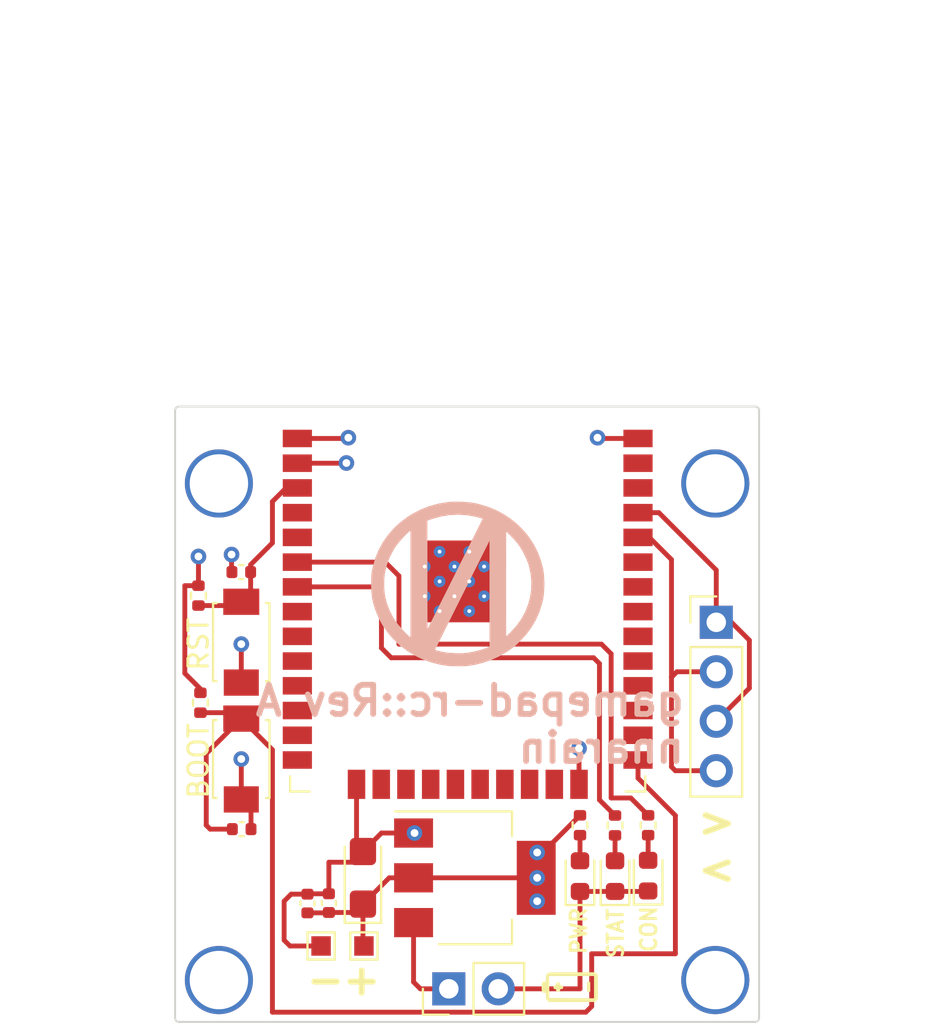
<source format=kicad_pcb>
(kicad_pcb (version 20221018) (generator pcbnew)
  (layers (0 "F.Cu" signal) (1 "In1.Cu" power "PWR") (2 "In2.Cu" power "GND") (31 "B.Cu" signal) (34 "B.Paste" user) (35 "F.Paste" user) (36 "B.SilkS" user "B.Silkscreen") (37 "F.SilkS" user "F.Silkscreen") (38 "B.Mask" user) (39 "F.Mask" user) (44 "Edge.Cuts" user))
  (net 0 "")
  (net 1 "/enable")
  (net 2 "GND")
  (net 3 "/boot")
  (net 4 "+3V3")
  (net 5 "Net-(D1-A)")
  (net 6 "Net-(D2-A)")
  (net 7 "Net-(D3-A)")
  (net 8 "/uart_tx")
  (net 9 "/uart_rx")
  (net 10 "Net-(U2-IO35)")
  (net 11 "Net-(U2-IO34)")
  (net 12 "VCC")
  (footprint "Resistor_SMD:R_0402_1005Metric" (layer "F.Cu") (at 187.4 93.3 -90)
    (fp_text reference "R2" hide)
    (fp_text value "1k" hide)
    (fp_line (start -0.153641 -0.38) (end 0.153641 -0.38) (stroke (width 0.12)) (layer "F.SilkS"))
    (fp_line (start -0.153641 0.38) (end 0.153641 0.38) (stroke (width 0.12)) (layer "F.SilkS"))
    (pad "1" smd roundrect (at -0.51 0 270) (size 0.54 0.64) (layers "F.Cu" "F.Paste" "F.Mask") (net 4 "+3V3"))
    (pad "2" smd roundrect (at 0.51 0 270) (size 0.54 0.64) (layers "F.Cu" "F.Paste" "F.Mask") (net 5 "Net-(D1-A)"))
  )
  (footprint "Capacitor_Tantalum_SMD:CP_EIA-3216-18_Kemet-A" (layer "F.Cu") (at 176.25 96 90)
    (fp_text reference "C2" hide)
    (fp_text value "22uF" hide)
    (fp_line (start -2.31 -0.935) (end -2.31 0.935) (stroke (width 0.12)) (layer "F.SilkS"))
    (fp_line (start -2.31 0.935) (end 1.6 0.935) (stroke (width 0.12)) (layer "F.SilkS"))
    (fp_line (start 1.6 -0.935) (end -2.31 -0.935) (stroke (width 0.12)) (layer "F.SilkS"))
    (pad "1" smd roundrect (at -1.35 0 90) (size 1.4 1.35) (layers "F.Cu" "F.Paste" "F.Mask") (roundrect_rratio 0.185185) (net 4 "+3V3"))
    (pad "2" smd roundrect (at 1.35 0 90) (size 1.4 1.35) (layers "F.Cu" "F.Paste" "F.Mask") (roundrect_rratio 0.185185) (net 2 "GND"))
  )
  (footprint "symbols:logo-bsilk" (layer "F.Cu") (at 180.4 80.9)
    (fp_text reference "G***" hide)
    (fp_text value "LOGO" hide)
    (fp_poly (pts (xy 0.365713 -4.204825) (xy 0.223298 -4.19272) (xy -0.263599 -4.113048) (xy -0.728401 -3.98777) (xy -1.172125 -3.816516) (xy -1.595789 -3.598917) (xy -1.846674 -3.442018) (xy -2.227537 -3.157795) (xy -2.568833 -2.842611) (xy -2.869506 -2.498017) (xy -3.128504 -2.125566) (xy -3.344773 -1.72681) (xy -3.517261 -1.303299) (xy -3.644914 -0.856587) (xy -3.665509 -0.762) (xy -3.688166 -0.644534) (xy -3.704481 -0.537144) (xy -3.715428 -0.427318) (xy -3.72198 -0.302541) (xy -3.725113 -0.150299) (xy -3.725814 0.0127) (xy -3.720224 0.298785) (xy -3.701871 0.550181) (xy -3.668386 0.781925) (xy -3.617396 1.009054) (xy -3.546531 1.246605) (xy -3.517916 1.331185) (xy -3.346383 1.749807) (xy -3.132002 2.143974) (xy -2.877609 2.511448) (xy -2.586042 2.849987) (xy -2.260138 3.157351) (xy -1.902735 3.431299) (xy -1.516671 3.669591) (xy -1.104782 3.869987) (xy -0.669906 4.030246) (xy -0.21488 4.148127) (xy 0.121826 4.205264) (xy 0.25148 4.218189) (xy 0.414444 4.227975) (xy 0.596033 4.234364) (xy 0.781564 4.237098) (xy 0.956352 4.235918) (xy 1.105712 4.230565) (xy 1.188626 4.224052) (xy 1.61668 4.156198) (xy 2.044816 4.04702) (xy 2.462224 3.900347) (xy 2.858089 3.720008) (xy 3.2216 3.509832) (xy 3.240412 3.4975) (xy 3.389429 3.397609) (xy 3.508813 3.312819) (xy 3.612421 3.231983) (xy 3.617478 3.227605) (xy 2.357026 3.227605) (xy 2.244522 3.27583) (xy 2.028211 3.35691) (xy 1.77827 3.431134) (xy 1.511805 3.494187) (xy 1.245922 3.541756) (xy 1.128887 3.557208) (xy 0.990777 3.567025) (xy 0.818079 3.570152) (xy 0.626486 3.567129) (xy 0.431691 3.558497) (xy 0.24939 3.544798) (xy 0.095275 3.526572) (xy 0.056606 3.520253) (xy -0.054484 3.498989) (xy -0.170166 3.474373) (xy -0.278985 3.449149) (xy -0.369489 3.426062) (xy -0.430224 3.407856) (xy -0.449386 3.399017) (xy -0.439179 3.375734) (xy -0.407554 3.30979) (xy -0.355876 3.203927) (xy -0.285507 3.060892) (xy -0.197809 2.883427) (xy -0.130022 2.746659) (xy -1.706974 2.746659) (xy -1.778579 2.695671) (xy -1.822669 2.658518) (xy -1.892579 2.592984) (xy -1.979357 2.507722) (xy -2.074049 2.411383) (xy -2.092221 2.392516) (xy -2.369505 2.068596) (xy -2.602844 1.721134) (xy -2.791002 1.352518) (xy -2.932746 0.965132) (xy -3.020343 0.598383) (xy -3.044605 0.413435) (xy -3.058305 0.196562) (xy -3.061442 -0.034471) (xy -3.054018 -0.261899) (xy -3.036031 -0.467956) (xy -3.020343 -0.572984) (xy -2.922581 -0.971412) (xy -2.775516 -1.35908) (xy -2.578874 -1.736656) (xy -2.475079 -1.902025) (xy -2.404157 -2.000212) (xy -2.310256 -2.117386) (xy -2.201947 -2.244091) (xy -2.087807 -2.37087) (xy -1.976406 -2.488267) (xy -1.87632 -2.586825) (xy -1.796122 -2.657086) (xy -1.778579 -2.670272) (xy -1.706974 -2.72126) (xy -1.706974 2.746659) (xy -0.130022 2.746659) (xy -0.094147 2.674278) (xy 0.024118 2.436187) (xy 0.155622 2.1719) (xy 0.299001 1.884161) (xy 0.452894 1.575714) (xy 0.615937 1.249303) (xy 0.786767 0.907673) (xy 0.948679 0.5842) (xy 2.354225 -2.2225) (xy 2.355626 0.502552) (xy 2.357026 3.227605) (xy 3.617478 3.227605) (xy 3.714114 3.143952) (xy 3.827751 3.037578) (xy 3.903629 2.964027) (xy 4.225035 2.617465) (xy 4.499905 2.250778) (xy 4.728695 1.863135) (xy 4.911863 1.453708) (xy 5.049864 1.021667) (xy 5.1054 0.780485) (xy 5.139232 0.557279) (xy 5.159823 0.301082) (xy 5.167174 0.027946) (xy 5.164049 -0.117505) (xy 4.504423 -0.117505) (xy 4.495325 0.285302) (xy 4.438636 0.681967) (xy 4.335351 1.068878) (xy 4.186469 1.442424) (xy 3.992985 1.798994) (xy 3.755898 2.134975) (xy 3.476205 2.446757) (xy 3.432736 2.4892) (xy 3.207926 2.7051) (xy 3.201353 1.350605) (xy 3.200099 1.029783) (xy 3.199231 0.672561) (xy 3.198749 0.292361) (xy 3.198654 -0.097392) (xy 3.198944 -0.483276) (xy 3.19962 -0.851867) (xy 3.200683 -1.189741) (xy 3.201353 -1.341795) (xy 3.207926 -2.6797) (xy 3.432736 -2.4638) (xy 3.542646 -2.352729) (xy 3.658789 -2.226317) (xy 3.764581 -2.103013) (xy 3.820902 -2.032) (xy 3.928473 -1.874882) (xy 4.040455 -1.68538) (xy 4.149365 -1.478393) (xy 4.247721 -1.268818) (xy 4.328039 -1.071553) (xy 4.375856 -0.9271) (xy 4.464932 -0.522843) (xy 4.504423 -0.117505) (xy 5.164049 -0.117505) (xy 5.161285 -0.246076) (xy 5.142155 -0.504931) (xy 5.109785 -0.732566) (xy 5.1054 -0.755086) (xy 4.99191 -1.194251) (xy 4.83325 -1.613525) (xy 4.631948 -2.010491) (xy 4.390532 -2.382738) (xy 4.111529 -2.727851) (xy 3.797469 -3.043417) (xy 3.450879 -3.327022) (xy 3.435277 -3.337348) (xy 2.001426 -3.337348) (xy 1.990334 -3.313605) (xy 1.958165 -3.247846) (xy 1.90658 -3.143394) (xy 1.837241 -3.003571) (xy 1.751811 -2.831698) (xy 1.651951 -2.631098) (xy 1.539322 -2.405092) (xy 1.415587 -2.157003) (xy 1.282408 -1.890152) (xy 1.141445 -1.607862) (xy 0.994361 -1.313454) (xy 0.842818 -1.010251) (xy 0.688477 -0.701574) (xy 0.533 -0.390745) (xy 0.378049 -0.081087) (xy 0.225285 0.224079) (xy 0.076371 0.521431) (xy -0.067032 0.807646) (xy -0.203262 1.079403) (xy -0.330657 1.33338) (xy -0.447556 1.566255) (xy -0.552297 1.774705) (xy -0.643218 1.95541) (xy -0.718657 2.105046) (xy -0.776953 2.220292) (xy -0.816443 2.297826) (xy -0.835466 2.334326) (xy -0.83697 2.3368) (xy -0.837824 2.31194) (xy -0.838644 2.239525) (xy -0.839423 2.122798) (xy -0.840154 1.965003) (xy -0.840829 1.769385) (xy -0.841441 1.539188) (xy -0.841983 1.277655) (xy -0.842446 0.988031) (xy -0.842824 0.673559) (xy -0.84311 0.337485) (xy -0.843294 -0.016948) (xy -0.843372 -0.386496) (xy -0.843374 -0.454116) (xy -0.843374 -3.245031) (xy -0.570324 -3.335189) (xy -0.126326 -3.457138) (xy 0.315253 -3.52855) (xy 0.756545 -3.549486) (xy 1.199678 -3.520006) (xy 1.646781 -3.440169) (xy 1.798862 -3.401893) (xy 1.891709 -3.375733) (xy 1.962159 -3.353777) (xy 1.998741 -3.339678) (xy 2.001426 -3.337348) (xy 3.435277 -3.337348) (xy 3.074287 -3.576253) (xy 2.670221 -3.788695) (xy 2.241209 -3.961936) (xy 1.789779 -4.093562) (xy 1.556926 -4.142926) (xy 1.346596 -4.173986) (xy 1.105209 -4.196344) (xy 0.849865 -4.209363) (xy 0.597666 -4.212403) (xy 0.365713 -4.204825)) (stroke (width 0.01)) (fill solid) (layer "B.SilkS"))
  )
  (footprint "Capacitor_SMD:C_0402_1005Metric" (layer "F.Cu") (at 174.5 97.3 90)
    (fp_text reference "C4" hide)
    (fp_text value "10uF" hide)
    (fp_line (start -0.107836 -0.36) (end 0.107836 -0.36) (stroke (width 0.12)) (layer "F.SilkS"))
    (fp_line (start -0.107836 0.36) (end 0.107836 0.36) (stroke (width 0.12)) (layer "F.SilkS"))
    (pad "1" smd roundrect (at -0.48 0 90) (size 0.56 0.62) (layers "F.Cu" "F.Paste" "F.Mask") (net 4 "+3V3"))
    (pad "2" smd roundrect (at 0.48 0 90) (size 0.56 0.62) (layers "F.Cu" "F.Paste" "F.Mask") (net 2 "GND"))
  )
  (footprint "tactile_switches:TS-1088-AR02016" (layer "F.Cu") (at 170 89.9 90)
    (fp_text reference "SW2" hide)
    (fp_text value "BOOT" (at -0.1 -2.2 90 unlocked) (layer "F.SilkS"))
    (fp_line (start -2 -1.45) (end -2 -1.27) (stroke (width 0.12)) (layer "F.SilkS"))
    (fp_line (start -2 1.45) (end -2 1.27) (stroke (width 0.12)) (layer "F.SilkS"))
    (fp_line (start -2 1.45) (end 2 1.45) (stroke (width 0.12)) (layer "F.SilkS"))
    (fp_line (start 2 -1.45) (end -2 -1.45) (stroke (width 0.12)) (layer "F.SilkS"))
    (fp_line (start 2 -1.45) (end 2 -1.27) (stroke (width 0.12)) (layer "F.SilkS"))
    (fp_line (start 2 1.45) (end 2 1.27) (stroke (width 0.12)) (layer "F.SilkS"))
    (pad "1" smd rect (at -2.075 0 90) (size 1.35 1.8) (layers "F.Cu" "F.Paste" "F.Mask") (net 2 "GND"))
    (pad "2" smd rect (at 2.075 0 90) (size 1.35 1.85) (layers "F.Cu" "F.Paste" "F.Mask") (net 3 "/boot"))
  )
  (footprint "Connector_PinHeader_2.54mm:PinHeader_1x04_P2.54mm_Vertical" (layer "F.Cu") (at 194.4 82.88)
    (fp_text reference "J1" hide)
    (fp_text value "UART" hide)
    (fp_line (start -1.33 -1.33) (end 0 -1.33) (stroke (width 0.12)) (layer "F.SilkS"))
    (fp_line (start -1.33 0) (end -1.33 -1.33) (stroke (width 0.12)) (layer "F.SilkS"))
    (fp_line (start -1.33 1.27) (end -1.33 8.95) (stroke (width 0.12)) (layer "F.SilkS"))
    (fp_line (start -1.33 1.27) (end 1.33 1.27) (stroke (width 0.12)) (layer "F.SilkS"))
    (fp_line (start -1.33 8.95) (end 1.33 8.95) (stroke (width 0.12)) (layer "F.SilkS"))
    (fp_line (start 1.33 1.27) (end 1.33 8.95) (stroke (width 0.12)) (layer "F.SilkS"))
    (pad "1" thru_hole rect (at 0 0) (size 1.7 1.7) (drill 1) (layers "*.Cu" "*.Mask") (net 8 "/uart_tx"))
    (pad "2" thru_hole oval (at 0 2.54) (size 1.7 1.7) (drill 1) (layers "*.Cu" "*.Mask") (net 9 "/uart_rx"))
    (pad "3" thru_hole oval (at 0 5.08) (size 1.7 1.7) (drill 1) (layers "*.Cu" "*.Mask") (net 8 "/uart_tx"))
    (pad "4" thru_hole oval (at 0 7.62) (size 1.7 1.7) (drill 1) (layers "*.Cu" "*.Mask") (net 9 "/uart_rx"))
  )
  (footprint "Capacitor_SMD:C_0402_1005Metric" (layer "F.Cu") (at 170.02 93.5)
    (fp_text reference "C3" hide)
    (fp_text value "100nF" hide)
    (fp_line (start -0.107836 -0.36) (end 0.107836 -0.36) (stroke (width 0.12)) (layer "F.SilkS"))
    (fp_line (start -0.107836 0.36) (end 0.107836 0.36) (stroke (width 0.12)) (layer "F.SilkS"))
    (pad "1" smd roundrect (at -0.48 0) (size 0.56 0.62) (layers "F.Cu" "F.Paste" "F.Mask") (net 3 "/boot"))
    (pad "2" smd roundrect (at 0.48 0) (size 0.56 0.62) (layers "F.Cu" "F.Paste" "F.Mask") (net 2 "GND"))
  )
  (footprint "Capacitor_SMD:C_0402_1005Metric" (layer "F.Cu") (at 173.4 97.32 90)
    (fp_text reference "C5" hide)
    (fp_text value "100nF" hide)
    (fp_line (start -0.107836 -0.36) (end 0.107836 -0.36) (stroke (width 0.12)) (layer "F.SilkS"))
    (fp_line (start -0.107836 0.36) (end 0.107836 0.36) (stroke (width 0.12)) (layer "F.SilkS"))
    (pad "1" smd roundrect (at -0.48 0 90) (size 0.56 0.62) (layers "F.Cu" "F.Paste" "F.Mask") (net 4 "+3V3"))
    (pad "2" smd roundrect (at 0.48 0 90) (size 0.56 0.62) (layers "F.Cu" "F.Paste" "F.Mask") (net 2 "GND"))
  )
  (footprint "LED_SMD:LED_0603_1608Metric" (layer "F.Cu") (at 187.4 95.9125 90)
    (fp_text reference "D1" hide)
    (fp_text value "PWR" hide)
    (fp_line (start -1.485 -0.735) (end -1.485 0.735) (stroke (width 0.12)) (layer "F.SilkS"))
    (fp_line (start -1.485 0.735) (end 0.8 0.735) (stroke (width 0.12)) (layer "F.SilkS"))
    (fp_line (start 0.8 -0.735) (end -1.485 -0.735) (stroke (width 0.12)) (layer "F.SilkS"))
    (pad "1" smd roundrect (at -0.7875 0 90) (size 0.875 0.95) (layers "F.Cu" "F.Paste" "F.Mask") (net 2 "GND"))
    (pad "2" smd roundrect (at 0.7875 0 90) (size 0.875 0.95) (layers "F.Cu" "F.Paste" "F.Mask") (net 5 "Net-(D1-A)"))
  )
  (footprint "RF_Module:ESP32-WROOM-32" (layer "F.Cu") (at 181.63 81.69)
    (fp_text reference "U2" hide)
    (fp_text value "ESP32-WROOM-32")
    (fp_line (start -9.12 9.1) (end -9.12 9.88) (stroke (width 0.12)) (layer "F.SilkS"))
    (fp_line (start -9.12 9.88) (end -8.12 9.88) (stroke (width 0.12)) (layer "F.SilkS"))
    (fp_line (start 9.12 9.1) (end 9.12 9.88) (stroke (width 0.12)) (layer "F.SilkS"))
    (fp_line (start 9.12 9.88) (end 8.12 9.88) (stroke (width 0.12)) (layer "F.SilkS"))
    (pad "1" smd rect (at -8.75 -8.25) (size 1.5 0.9) (layers "F.Cu" "F.Paste" "F.Mask") (net 2 "GND"))
    (pad "2" smd rect (at -8.75 -6.98) (size 1.5 0.9) (layers "F.Cu" "F.Paste" "F.Mask") (net 4 "+3V3"))
    (pad "3" smd rect (at -8.75 -5.71) (size 1.5 0.9) (layers "F.Cu" "F.Paste" "F.Mask") (net 1 "/enable"))
    (pad "4" smd rect (at -8.75 -4.44) (size 1.5 0.9) (layers "F.Cu" "F.Paste" "F.Mask"))
    (pad "5" smd rect (at -8.75 -3.17) (size 1.5 0.9) (layers "F.Cu" "F.Paste" "F.Mask"))
    (pad "6" smd rect (at -8.75 -1.9) (size 1.5 0.9) (layers "F.Cu" "F.Paste" "F.Mask") (net 11 "Net-(U2-IO34)"))
    (pad "7" smd rect (at -8.75 -0.63) (size 1.5 0.9) (layers "F.Cu" "F.Paste" "F.Mask") (net 10 "Net-(U2-IO35)"))
    (pad "8" smd rect (at -8.75 0.64) (size 1.5 0.9) (layers "F.Cu" "F.Paste" "F.Mask"))
    (pad "9" smd rect (at -8.75 1.91) (size 1.5 0.9) (layers "F.Cu" "F.Paste" "F.Mask"))
    (pad "10" smd rect (at -8.75 3.18) (size 1.5 0.9) (layers "F.Cu" "F.Paste" "F.Mask"))
    (pad "11" smd rect (at -8.75 4.45) (size 1.5 0.9) (layers "F.Cu" "F.Paste" "F.Mask"))
    (pad "12" smd rect (at -8.75 5.72) (size 1.5 0.9) (layers "F.Cu" "F.Paste" "F.Mask"))
    (pad "13" smd rect (at -8.75 6.99) (size 1.5 0.9) (layers "F.Cu" "F.Paste" "F.Mask"))
    (pad "14" smd rect (at -8.75 8.26) (size 1.5 0.9) (layers "F.Cu" "F.Paste" "F.Mask"))
    (pad "15" smd rect (at -5.71 9.51 90) (size 1.5 0.9) (layers "F.Cu" "F.Paste" "F.Mask") (net 2 "GND"))
    (pad "16" smd rect (at -4.44 9.51 90) (size 1.5 0.9) (layers "F.Cu" "F.Paste" "F.Mask"))
    (pad "17" smd rect (at -3.17 9.51 90) (size 1.5 0.9) (layers "F.Cu" "F.Paste" "F.Mask"))
    (pad "18" smd rect (at -1.9 9.51 90) (size 1.5 0.9) (layers "F.Cu" "F.Paste" "F.Mask"))
    (pad "19" smd rect (at -0.63 9.51 90) (size 1.5 0.9) (layers "F.Cu" "F.Paste" "F.Mask"))
    (pad "20" smd rect (at 0.64 9.51 90) (size 1.5 0.9) (layers "F.Cu" "F.Paste" "F.Mask"))
    (pad "21" smd rect (at 1.91 9.51 90) (size 1.5 0.9) (layers "F.Cu" "F.Paste" "F.Mask"))
    (pad "22" smd rect (at 3.18 9.51 90) (size 1.5 0.9) (layers "F.Cu" "F.Paste" "F.Mask"))
    (pad "23" smd rect (at 4.45 9.51 90) (size 1.5 0.9) (layers "F.Cu" "F.Paste" "F.Mask"))
    (pad "24" smd rect (at 5.72 9.51 90) (size 1.5 0.9) (layers "F.Cu" "F.Paste" "F.Mask") (net 2 "GND"))
    (pad "25" smd rect (at 8.75 8.26) (size 1.5 0.9) (layers "F.Cu" "F.Paste" "F.Mask") (net 3 "/boot"))
    (pad "26" smd rect (at 8.75 6.99) (size 1.5 0.9) (layers "F.Cu" "F.Paste" "F.Mask"))
    (pad "27" smd rect (at 8.75 5.72) (size 1.5 0.9) (layers "F.Cu" "F.Paste" "F.Mask"))
    (pad "28" smd rect (at 8.75 4.45) (size 1.5 0.9) (layers "F.Cu" "F.Paste" "F.Mask"))
    (pad "29" smd rect (at 8.75 3.18) (size 1.5 0.9) (layers "F.Cu" "F.Paste" "F.Mask"))
    (pad "30" smd rect (at 8.75 1.91) (size 1.5 0.9) (layers "F.Cu" "F.Paste" "F.Mask"))
    (pad "31" smd rect (at 8.75 0.64) (size 1.5 0.9) (layers "F.Cu" "F.Paste" "F.Mask"))
    (pad "32" smd rect (at 8.75 -0.63) (size 1.5 0.9) (layers "F.Cu" "F.Paste" "F.Mask"))
    (pad "33" smd rect (at 8.75 -1.9) (size 1.5 0.9) (layers "F.Cu" "F.Paste" "F.Mask"))
    (pad "34" smd rect (at 8.75 -3.17) (size 1.5 0.9) (layers "F.Cu" "F.Paste" "F.Mask") (net 9 "/uart_rx"))
    (pad "35" smd rect (at 8.75 -4.44) (size 1.5 0.9) (layers "F.Cu" "F.Paste" "F.Mask") (net 8 "/uart_tx"))
    (pad "36" smd rect (at 8.75 -5.71) (size 1.5 0.9) (layers "F.Cu" "F.Paste" "F.Mask"))
    (pad "37" smd rect (at 8.75 -6.98) (size 1.5 0.9) (layers "F.Cu" "F.Paste" "F.Mask"))
    (pad "38" smd rect (at 8.75 -8.25) (size 1.5 0.9) (layers "F.Cu" "F.Paste" "F.Mask") (net 2 "GND"))
    (pad "39" smd rect (at -2.205 -2.435) (size 1.05 1.05) (layers "F.Cu" "F.Paste") (net 2 "GND"))
    (pad "39" thru_hole circle (at -2.205 -1.6725) (size 0.6 0.6) (drill 0.2) (property pad_prop_heatsink) (layers "*.Cu" "F.Mask") (net 2 "GND"))
    (pad "39" smd rect (at -2.205 -0.91) (size 1.05 1.05) (layers "F.Cu" "F.Paste") (net 2 "GND"))
    (pad "39" thru_hole circle (at -2.205 -0.1475) (size 0.6 0.6) (drill 0.2) (property pad_prop_heatsink) (layers "*.Cu" "F.Mask") (net 2 "GND"))
    (pad "39" smd rect (at -2.205 0.615) (size 1.05 1.05) (layers "F.Cu" "F.Paste") (net 2 "GND"))
    (pad "39" thru_hole circle (at -1.4425 -2.435) (size 0.6 0.6) (drill 0.2) (property pad_prop_heatsink) (layers "*.Cu" "F.Mask") (net 2 "GND"))
    (pad "39" thru_hole circle (at -1.4425 -0.91) (size 0.6 0.6) (drill 0.2) (property pad_prop_heatsink) (layers "*.Cu" "F.Mask") (net 2 "GND"))
    (pad "39" thru_hole circle (at -1.4425 0.615) (size 0.6 0.6) (drill 0.2) (property pad_prop_heatsink) (layers "*.Cu" "F.Mask") (net 2 "GND"))
    (pad "39" smd rect (at -0.68 -2.435) (size 1.05 1.05) (layers "F.Cu" "F.Paste") (net 2 "GND"))
    (pad "39" thru_hole circle (at -0.68 -1.6725) (size 0.6 0.6) (drill 0.2) (property pad_prop_heatsink) (layers "*.Cu" "F.Mask") (net 2 "GND"))
    (pad "39" smd rect (at -0.68 -0.91) (size 1.05 1.05) (layers "F.Cu" "F.Paste") (net 2 "GND"))
    (pad "39" smd rect (at -0.68 -0.91) (size 4.2 4.2) (layers "F.Cu" "F.Mask") (net 2 "GND"))
    (pad "39" thru_hole circle (at -0.68 -0.1475) (size 0.6 0.6) (drill 0.2) (property pad_prop_heatsink) (layers "*.Cu" "F.Mask") (net 2 "GND"))
    (pad "39" smd rect (at -0.68 0.615) (size 1.05 1.05) (layers "F.Cu" "F.Paste") (net 2 "GND"))
    (pad "39" thru_hole circle (at 0.0825 -2.435) (size 0.6 0.6) (drill 0.2) (property pad_prop_heatsink) (layers "*.Cu" "F.Mask") (net 2 "GND"))
    (pad "39" thru_hole circle (at 0.0825 -0.91) (size 0.6 0.6) (drill 0.2) (property pad_prop_heatsink) (layers "*.Cu" "F.Mask") (net 2 "GND"))
    (pad "39" thru_hole circle (at 0.0825 0.615) (size 0.6 0.6) (drill 0.2) (property pad_prop_heatsink) (layers "*.Cu" "F.Mask") (net 2 "GND"))
    (pad "39" smd rect (at 0.845 -2.435) (size 1.05 1.05) (layers "F.Cu" "F.Paste") (net 2 "GND"))
    (pad "39" thru_hole circle (at 0.845 -1.6725) (size 0.6 0.6) (drill 0.2) (property pad_prop_heatsink) (layers "*.Cu" "F.Mask") (net 2 "GND"))
    (pad "39" smd rect (at 0.845 -0.91) (size 1.05 1.05) (layers "F.Cu" "F.Paste") (net 2 "GND"))
    (pad "39" thru_hole circle (at 0.845 -0.1475) (size 0.6 0.6) (drill 0.2) (property pad_prop_heatsink) (layers "*.Cu" "F.Mask") (net 2 "GND"))
    (pad "39" smd rect (at 0.845 0.615) (size 1.05 1.05) (layers "F.Cu" "F.Paste") (net 2 "GND"))
  )
  (footprint "TestPoint:TestPoint_Pad_1.0x1.0mm" (layer "F.Cu") (at 176.3 99.5)
    (fp_text reference "TP1" hide)
    (fp_text value "TestPoint" hide)
    (fp_line (start -0.7 -0.7) (end 0.7 -0.7) (stroke (width 0.12)) (layer "F.SilkS"))
    (fp_line (start -0.7 0.7) (end -0.7 -0.7) (stroke (width 0.12)) (layer "F.SilkS"))
    (fp_line (start 0.7 -0.7) (end 0.7 0.7) (stroke (width 0.12)) (layer "F.SilkS"))
    (fp_line (start 0.7 0.7) (end -0.7 0.7) (stroke (width 0.12)) (layer "F.SilkS"))
    (pad "1" smd rect (at 0 0) (size 1 1) (layers "F.Cu" "F.Mask") (net 4 "+3V3"))
  )
  (footprint "symbols:battery2_3" (layer "F.Cu") (at 186.9 101.6 90)
    (fp_text reference "G***" hide)
    (fp_text value "LOGO" hide)
    (fp_poly (pts (xy 0.25011 1.028228) (xy -0.250109 1.028228) (xy -0.250109 0.861488) (xy 0.25011 0.861488)) (fill solid) (layer "F.SilkS"))
    (fp_poly (pts (xy 0.051979 -0.856199) (xy 0.078927 -0.832808) (xy 0.08337 -0.793859) (xy 0.096149 -0.741556) (xy 0.14478 -0.719526) (xy 0.159792 -0.717436) (xy 0.214767 -0.701862) (xy 0.234557 -0.660307) (xy 0.236215 -0.625273) (xy 0.227649 -0.564211) (xy 0.191698 -0.538484) (xy 0.161476 -0.533273) (xy 0.102438 -0.512472) (xy 0.079107 -0.457634) (xy 0.078106 -0.449903) (xy 0.056723 -0.390269) (xy 0.001779 -0.367286) (xy -0.00104 -0.366941) (xy -0.061743 -0.367682) (xy -0.091357 -0.37852) (xy -0.10701 -0.419414) (xy -0.11116 -0.463165) (xy -0.123848 -0.51287) (xy -0.171947 -0.527873) (xy -0.180634 -0.528008) (xy -0.227617 -0.535275) (xy -0.246851 -0.567977) (xy -0.250109 -0.625273) (xy -0.244919 -0.691049) (xy -0.22156 -0.717977) (xy -0.180634 -0.722538) (xy -0.12775 -0.734016) (xy -0.111453 -0.77921) (xy -0.11116 -0.792013) (xy -0.103893 -0.838996) (xy -0.071191 -0.85823) (xy -0.013895 -0.861488)) (fill solid) (layer "F.SilkS"))
    (fp_poly (pts (xy 0.117715 -1.468875) (xy 0.203383 -1.453404) (xy 0.252396 -1.421203) (xy 0.27404 -1.367025) (xy 0.277899 -1.307954) (xy 0.283146 -1.276799) (xy 0.307161 -1.259507) (xy 0.362356 -1.252086) (xy 0.456517 -1.250547) (xy 0.557169 -1.248069) (xy 0.619727 -1.23704) (xy 0.661587 -1.212067) (xy 0.692731 -1.177324) (xy 0.706672 -1.158094) (xy 0.718161 -1.135696) (xy 0.727435 -1.104924) (xy 0.734731 -1.060569) (xy 0.740286 -0.997427) (xy 0.744338 -0.910291) (xy 0.747122 -0.793953) (xy 0.748877 -0.643207) (xy 0.749838 -0.452847) (xy 0.750243 -0.217666) (xy 0.750328 0.067542) (xy 0.750328 1.280864) (xy 0.613905 1.417287) (xy -0.641695 1.417287) (xy -0.709906 1.349075) (xy -0.778118 1.280864) (xy -0.778118 1.222757) (xy -0.584205 1.222757) (xy 0.555799 1.222757) (xy 0.555799 -1.084958) (xy -0.006947 -1.077435) (xy -0.569694 -1.069912) (xy -0.576949 0.076423) (xy -0.584205 1.222757) (xy -0.778118 1.222757) (xy -0.778118 -1.114123) (xy -0.709906 -1.182335) (xy -0.660643 -1.222168) (xy -0.602336 -1.24288) (xy -0.515366 -1.250137) (xy -0.473692 -1.250547) (xy -0.380305 -1.252454) (xy -0.329695 -1.261081) (xy -0.30911 -1.280785) (xy -0.305689 -1.307954) (xy -0.298628 -1.382335) (xy -0.271253 -1.430752) (xy -0.214278 -1.458452) (xy -0.118415 -1.470685) (xy -0.013895 -1.472866)) (fill solid) (layer "F.SilkS"))
  )
  (footprint "TestPoint:TestPoint_Pad_1.0x1.0mm" (layer "F.Cu") (at 174.1 99.5)
    (fp_text reference "TP2" hide)
    (fp_text value "TestPoint" hide)
    (fp_line (start -0.7 -0.7) (end 0.7 -0.7) (stroke (width 0.12)) (layer "F.SilkS"))
    (fp_line (start -0.7 0.7) (end -0.7 -0.7) (stroke (width 0.12)) (layer "F.SilkS"))
    (fp_line (start 0.7 -0.7) (end 0.7 0.7) (stroke (width 0.12)) (layer "F.SilkS"))
    (fp_line (start 0.7 0.7) (end -0.7 0.7) (stroke (width 0.12)) (layer "F.SilkS"))
    (pad "1" smd rect (at 0 0) (size 1 1) (layers "F.Cu" "F.Mask") (net 2 "GND"))
  )
  (footprint "drone:mounting_holes_25.5mm" (layer "F.Cu") (at 181.6 88.5)
    (fp_text reference "REF**" hide)
    (fp_text value "mounting_holes_25.5mm" hide)
    (pad "" np_thru_hole circle (at -12.75 -12.75) (size 3.5 3.5) (drill 3) (layers "*.Cu" "*.Mask"))
    (pad "" np_thru_hole circle (at -12.75 12.75) (size 3.5 3.5) (drill 3) (layers "*.Cu" "*.Mask"))
    (pad "" np_thru_hole circle (at 12.75 -12.75) (size 3.5 3.5) (drill 3) (layers "*.Cu" "*.Mask"))
    (pad "" np_thru_hole circle (at 12.75 12.75) (size 3.5 3.5) (drill 3) (layers "*.Cu" "*.Mask"))
  )
  (footprint "LED_SMD:LED_0603_1608Metric" (layer "F.Cu") (at 190.9 95.8875 90)
    (fp_text reference "D3" hide)
    (fp_text value "CON" hide)
    (fp_line (start -1.485 -0.735) (end -1.485 0.735) (stroke (width 0.12)) (layer "F.SilkS"))
    (fp_line (start -1.485 0.735) (end 0.8 0.735) (stroke (width 0.12)) (layer "F.SilkS"))
    (fp_line (start 0.8 -0.735) (end -1.485 -0.735) (stroke (width 0.12)) (layer "F.SilkS"))
    (pad "1" smd roundrect (at -0.7875 0 90) (size 0.875 0.95) (layers "F.Cu" "F.Paste" "F.Mask") (net 2 "GND"))
    (pad "2" smd roundrect (at 0.7875 0 90) (size 0.875 0.95) (layers "F.Cu" "F.Paste" "F.Mask") (net 7 "Net-(D3-A)"))
  )
  (footprint "Package_TO_SOT_SMD:SOT-223-3_TabPin2" (layer "F.Cu") (at 182 96)
    (fp_text reference "U1" hide)
    (fp_text value "AMS1117-3.3" hide)
    (fp_line (start -4.1 -3.41) (end 1.91 -3.41) (stroke (width 0.12)) (layer "F.SilkS"))
    (fp_line (start -1.85 3.41) (end 1.91 3.41) (stroke (width 0.12)) (layer "F.SilkS"))
    (fp_line (start 1.91 -3.41) (end 1.91 -2.15) (stroke (width 0.12)) (layer "F.SilkS"))
    (fp_line (start 1.91 3.41) (end 1.91 2.15) (stroke (width 0.12)) (layer "F.SilkS"))
    (pad "1" smd rect (at -3.15 -2.3) (size 2 1.5) (layers "F.Cu" "F.Paste" "F.Mask") (net 2 "GND"))
    (pad "2" smd rect (at -3.15 0) (size 2 1.5) (layers "F.Cu" "F.Paste" "F.Mask") (net 4 "+3V3"))
    (pad "2" smd rect (at 3.15 0) (size 2 3.8) (layers "F.Cu" "F.Paste" "F.Mask") (net 4 "+3V3"))
    (pad "3" smd rect (at -3.15 2.3) (size 2 1.5) (layers "F.Cu" "F.Paste" "F.Mask") (net 12 "VCC"))
  )
  (footprint "Resistor_SMD:R_0402_1005Metric" (layer "F.Cu") (at 167.9 87.01 -90)
    (fp_text reference "R3" hide)
    (fp_text value "10k" hide)
    (fp_line (start -0.153641 -0.38) (end 0.153641 -0.38) (stroke (width 0.12)) (layer "F.SilkS"))
    (fp_line (start -0.153641 0.38) (end 0.153641 0.38) (stroke (width 0.12)) (layer "F.SilkS"))
    (pad "1" smd roundrect (at -0.51 0 270) (size 0.54 0.64) (layers "F.Cu" "F.Paste" "F.Mask") (net 4 "+3V3"))
    (pad "2" smd roundrect (at 0.51 0 270) (size 0.54 0.64) (layers "F.Cu" "F.Paste" "F.Mask") (net 3 "/boot"))
  )
  (footprint "Resistor_SMD:R_0402_1005Metric" (layer "F.Cu") (at 189.2 93.31 -90)
    (fp_text reference "R4" hide)
    (fp_text value "1k" hide)
    (fp_line (start -0.153641 -0.38) (end 0.153641 -0.38) (stroke (width 0.12)) (layer "F.SilkS"))
    (fp_line (start -0.153641 0.38) (end 0.153641 0.38) (stroke (width 0.12)) (layer "F.SilkS"))
    (pad "1" smd roundrect (at -0.51 0 270) (size 0.54 0.64) (layers "F.Cu" "F.Paste" "F.Mask") (net 10 "Net-(U2-IO35)"))
    (pad "2" smd roundrect (at 0.51 0 270) (size 0.54 0.64) (layers "F.Cu" "F.Paste" "F.Mask") (net 6 "Net-(D2-A)"))
  )
  (footprint "Resistor_SMD:R_0402_1005Metric" (layer "F.Cu") (at 190.9 93.3 -90)
    (fp_text reference "R5" hide)
    (fp_text value "1k" hide)
    (fp_line (start -0.153641 -0.38) (end 0.153641 -0.38) (stroke (width 0.12)) (layer "F.SilkS"))
    (fp_line (start -0.153641 0.38) (end 0.153641 0.38) (stroke (width 0.12)) (layer "F.SilkS"))
    (pad "1" smd roundrect (at -0.51 0 270) (size 0.54 0.64) (layers "F.Cu" "F.Paste" "F.Mask") (net 11 "Net-(U2-IO34)"))
    (pad "2" smd roundrect (at 0.51 0 270) (size 0.54 0.64) (layers "F.Cu" "F.Paste" "F.Mask") (net 7 "Net-(D3-A)"))
  )
  (footprint "Resistor_SMD:R_0402_1005Metric" (layer "F.Cu") (at 167.8 81.51 -90)
    (fp_text reference "R1" hide)
    (fp_text value "10k" hide)
    (fp_line (start -0.153641 -0.38) (end 0.153641 -0.38) (stroke (width 0.12)) (layer "F.SilkS"))
    (fp_line (start -0.153641 0.38) (end 0.153641 0.38) (stroke (width 0.12)) (layer "F.SilkS"))
    (pad "1" smd roundrect (at -0.51 0 270) (size 0.54 0.64) (layers "F.Cu" "F.Paste" "F.Mask") (net 4 "+3V3"))
    (pad "2" smd roundrect (at 0.51 0 270) (size 0.54 0.64) (layers "F.Cu" "F.Paste" "F.Mask") (net 1 "/enable"))
  )
  (footprint "Connector_PinHeader_2.54mm:PinHeader_1x02_P2.54mm_Vertical" (layer "F.Cu") (at 180.66 101.7 90)
    (fp_text reference "J2" hide)
    (fp_text value "VIN" hide)
    (fp_line (start -1.33 -1.33) (end 0 -1.33) (stroke (width 0.12)) (layer "F.SilkS"))
    (fp_line (start -1.33 0) (end -1.33 -1.33) (stroke (width 0.12)) (layer "F.SilkS"))
    (fp_line (start -1.33 1.27) (end -1.33 3.87) (stroke (width 0.12)) (layer "F.SilkS"))
    (fp_line (start -1.33 1.27) (end 1.33 1.27) (stroke (width 0.12)) (layer "F.SilkS"))
    (fp_line (start -1.33 3.87) (end 1.33 3.87) (stroke (width 0.12)) (layer "F.SilkS"))
    (fp_line (start 1.33 1.27) (end 1.33 3.87) (stroke (width 0.12)) (layer "F.SilkS"))
    (pad "1" thru_hole rect (at 0 0 90) (size 1.7 1.7) (drill 1) (layers "*.Cu" "*.Mask") (net 12 "VCC"))
    (pad "2" thru_hole oval (at 0 2.54 90) (size 1.7 1.7) (drill 1) (layers "*.Cu" "*.Mask") (net 2 "GND"))
  )
  (footprint "LED_SMD:LED_0603_1608Metric" (layer "F.Cu") (at 189.2 95.9125 90)
    (fp_text reference "D2" hide)
    (fp_text value "STAT" hide)
    (fp_line (start -1.485 -0.735) (end -1.485 0.735) (stroke (width 0.12)) (layer "F.SilkS"))
    (fp_line (start -1.485 0.735) (end 0.8 0.735) (stroke (width 0.12)) (layer "F.SilkS"))
    (fp_line (start 0.8 -0.735) (end -1.485 -0.735) (stroke (width 0.12)) (layer "F.SilkS"))
    (pad "1" smd roundrect (at -0.7875 0 90) (size 0.875 0.95) (layers "F.Cu" "F.Paste" "F.Mask") (net 2 "GND"))
    (pad "2" smd roundrect (at 0.7875 0 90) (size 0.875 0.95) (layers "F.Cu" "F.Paste" "F.Mask") (net 6 "Net-(D2-A)"))
  )
  (footprint "Capacitor_SMD:C_0402_1005Metric" (layer "F.Cu") (at 170 80.3 180)
    (fp_text reference "C1" hide)
    (fp_text value "100nF" hide)
    (fp_line (start -0.107836 -0.36) (end 0.107836 -0.36) (stroke (width 0.12)) (layer "F.SilkS"))
    (fp_line (start -0.107836 0.36) (end 0.107836 0.36) (stroke (width 0.12)) (layer "F.SilkS"))
    (pad "1" smd roundrect (at -0.48 0 180) (size 0.56 0.62) (layers "F.Cu" "F.Paste" "F.Mask") (net 1 "/enable"))
    (pad "2" smd roundrect (at 0.48 0 180) (size 0.56 0.62) (layers "F.Cu" "F.Paste" "F.Mask") (net 2 "GND"))
  )
  (footprint "tactile_switches:TS-1088-AR02016" (layer "F.Cu") (at 170 83.9 90)
    (fp_text reference "SW1" hide)
    (fp_text value "RST" (at -0.1 -2.2 90 unlocked) (layer "F.SilkS"))
    (fp_line (start -2 -1.45) (end -2 -1.27) (stroke (width 0.12)) (layer "F.SilkS"))
    (fp_line (start -2 1.45) (end -2 1.27) (stroke (width 0.12)) (layer "F.SilkS"))
    (fp_line (start -2 1.45) (end 2 1.45) (stroke (width 0.12)) (layer "F.SilkS"))
    (fp_line (start 2 -1.45) (end -2 -1.45) (stroke (width 0.12)) (layer "F.SilkS"))
    (fp_line (start 2 -1.45) (end 2 -1.27) (stroke (width 0.12)) (layer "F.SilkS"))
    (fp_line (start 2 1.45) (end 2 1.27) (stroke (width 0.12)) (layer "F.SilkS"))
    (pad "1" smd rect (at -2.075 0 90) (size 1.35 1.8) (layers "F.Cu" "F.Paste" "F.Mask") (net 2 "GND"))
    (pad "2" smd rect (at 2.075 0 90) (size 1.35 1.85) (layers "F.Cu" "F.Paste" "F.Mask") (net 1 "/enable"))
  )
  (gr_arc (start 196.4 71.8) (mid 196.541421 71.858579) (end 196.6 72) (stroke (width 0.1)) (layer "Edge.Cuts"))
  (gr_line (start 166.8 103.4) (end 196.2 103.4) (stroke (width 0.1)) (layer "Edge.Cuts"))
  (gr_arc (start 166.8 103.4) (mid 166.658579 103.341421) (end 166.6 103.2) (stroke (width 0.1)) (layer "Edge.Cuts"))
  (gr_line (start 196.6 72) (end 196.6 103.2) (stroke (width 0.1)) (layer "Edge.Cuts"))
  (gr_line (start 166.8 71.8) (end 196.4 71.8) (stroke (width 0.1)) (layer "Edge.Cuts"))
  (gr_line (start 196.4 103.4) (end 196.2 103.4) (stroke (width 0.1)) (layer "Edge.Cuts"))
  (gr_arc (start 196.6 103.2) (mid 196.541421 103.341421) (end 196.4 103.4) (stroke (width 0.1)) (layer "Edge.Cuts"))
  (gr_line (start 166.6 103.2) (end 166.6 72) (stroke (width 0.1)) (layer "Edge.Cuts"))
  (gr_arc (start 166.6 72) (mid 166.658579 71.858579) (end 166.8 71.8) (stroke (width 0.1)) (layer "Edge.Cuts"))
  (gr_text "gamepad-rc::Rev A\nnnarain" (at 192.9 90.2) (layer "B.SilkS") (effects (font (size 1.5 1.5) (thickness 0.3) bold) (justify left bottom mirror)))
  (gr_text "-+" (at 173.2 102.1) (layer "F.SilkS") (effects (font (size 1.5 1.5) (thickness 0.3) bold) (justify left bottom)))
  (gr_text "CON" (at 191.4 99.9 90) (layer "F.SilkS") (effects (font (size 0.8 0.75) (thickness 0.15) bold) (justify left bottom)))
  (gr_text "STAT" (at 189.7 100.2 90) (layer "F.SilkS") (effects (font (size 0.8 0.75) (thickness 0.15) bold) (justify left bottom)))
  (gr_text "PWR" (at 187.8 100 90) (layer "F.SilkS") (effects (font (size 0.8 0.75) (thickness 0.15) bold) (justify left bottom)))
  (gr_text ">\n<" (at 193.3 96.4) (layer "F.SilkS") (effects (font (size 1.5 1.5) (thickness 0.3) bold) (justify left bottom)))
  (segment (start 170.48 80.3) (end 170.48 81.345) (width 0.25) (layer "F.Cu") (net 1))
  (segment (start 170.48 81.345) (end 170 81.825) (width 0.25) (layer "F.Cu") (net 1))
  (segment (start 169.805 82.02) (end 170 81.825) (width 0.25) (layer "F.Cu") (net 1))
  (segment (start 167.8 82.02) (end 169.805 82.02) (width 0.25) (layer "F.Cu") (net 1))
  (segment (start 170.48 79.92) (end 171.6 78.8) (width 0.25) (layer "F.Cu") (net 1))
  (segment (start 172.3 75.98) (end 172.88 75.98) (width 0.25) (layer "F.Cu") (net 1))
  (segment (start 170.48 80.3) (end 170.48 79.92) (width 0.25) (layer "F.Cu") (net 1))
  (segment (start 171.6 78.8) (end 171.6 76.68) (width 0.25) (layer "F.Cu") (net 1))
  (segment (start 171.6 76.68) (end 172.3 75.98) (width 0.25) (layer "F.Cu") (net 1))
  (segment (start 170 91.975) (end 170.5 92.475) (width 0.25) (layer "F.Cu") (net 2))
  (segment (start 175.92 94.32) (end 176.25 94.65) (width 0.25) (layer "F.Cu") (net 2))
  (segment (start 183.2 101.7) (end 187.4 101.7) (width 0.25) (layer "F.Cu") (net 2))
  (segment (start 172.2 97.2) (end 172.2 99.2) (width 0.25) (layer "F.Cu") (net 2))
  (segment (start 173.42 96.82) (end 173.4 96.84) (width 0.25) (layer "F.Cu") (net 2))
  (segment (start 178.9 93.7) (end 178.85 93.7) (width 0.25) (layer "F.Cu") (net 2))
  (segment (start 169.5 80.28) (end 169.52 80.3) (width 0.25) (layer "F.Cu") (net 2))
  (segment (start 173.4 96.84) (end 172.56 96.84) (width 0.25) (layer "F.Cu") (net 2))
  (segment (start 187.35 91.2) (end 187.35 89.35) (width 0.25) (layer "F.Cu") (net 2))
  (segment (start 175.7 95.2) (end 176.25 94.65) (width 0.25) (layer "F.Cu") (net 2))
  (segment (start 174.5 96.82) (end 174.5 95.2) (width 0.25) (layer "F.Cu") (net 2))
  (segment (start 190.875 96.7) (end 190.9 96.675) (width 0.25) (layer "F.Cu") (net 2))
  (segment (start 174.5 96.82) (end 173.42 96.82) (width 0.25) (layer "F.Cu") (net 2))
  (segment (start 187.4 101.7) (end 187.4 96.7) (width 0.25) (layer "F.Cu") (net 2))
  (segment (start 175.92 91.2) (end 175.92 94.32) (width 0.25) (layer "F.Cu") (net 2))
  (segment (start 176.25 94.65) (end 177.2 93.7) (width 0.25) (layer "F.Cu") (net 2))
  (segment (start 177.2 93.7) (end 178.9 93.7) (width 0.25) (layer "F.Cu") (net 2))
  (segment (start 189.2 96.7) (end 190.875 96.7) (width 0.25) (layer "F.Cu") (net 2))
  (segment (start 175.46 73.44) (end 175.5 73.4) (width 0.25) (layer "F.Cu") (net 2))
  (segment (start 169.5 79.4) (end 169.5 80.28) (width 0.25) (layer "F.Cu") (net 2))
  (segment (start 188.34 73.44) (end 188.3 73.4) (width 0.25) (layer "F.Cu") (net 2))
  (segment (start 170.5 92.475) (end 170.5 93.5) (width 0.25) (layer "F.Cu") (net 2))
  (segment (start 190.38 73.44) (end 188.34 73.44) (width 0.25) (layer "F.Cu") (net 2))
  (segment (start 170 91.975) (end 170 89.9) (width 0.25) (layer "F.Cu") (net 2))
  (segment (start 174.5 95.2) (end 175.7 95.2) (width 0.25) (layer "F.Cu") (net 2))
  (segment (start 172.56 96.84) (end 172.2 97.2) (width 0.25) (layer "F.Cu") (net 2))
  (segment (start 179.425 79.255) (end 180.1875 79.255) (width 0.25) (layer "F.Cu") (net 2))
  (segment (start 172.88 73.44) (end 175.46 73.44) (width 0.25) (layer "F.Cu") (net 2))
  (segment (start 189.2 96.7) (end 187.4 96.7) (width 0.25) (layer "F.Cu") (net 2))
  (segment (start 172.5 99.5) (end 174.1 99.5) (width 0.25) (layer "F.Cu") (net 2))
  (segment (start 172.2 99.2) (end 172.5 99.5) (width 0.25) (layer "F.Cu") (net 2))
  (segment (start 170 85.975) (end 170 84) (width 0.25) (layer "F.Cu") (net 2))
  (via (at 169.5 79.4) (size 0.8) (drill 0.4) (layers "F.Cu" "B.Cu") (net 2))
  (via (at 188.3 73.4) (size 0.8) (drill 0.4) (layers "F.Cu" "B.Cu") (net 2))
  (via (at 170 84) (size 0.8) (drill 0.4) (layers "F.Cu" "B.Cu") (net 2))
  (via (at 170 89.9) (size 0.8) (drill 0.4) (layers "F.Cu" "B.Cu") (net 2))
  (via (at 187.35 89.35) (size 0.8) (drill 0.4) (layers "F.Cu" "B.Cu") (net 2))
  (via (at 175.5 73.4) (size 0.8) (drill 0.4) (layers "F.Cu" "B.Cu") (net 2))
  (via (at 178.9 93.7) (size 0.8) (drill 0.4) (layers "F.Cu" "B.Cu") (net 2))
  (segment (start 192.3 92.8) (end 192.3 99.9) (width 0.25) (layer "F.Cu") (net 3))
  (segment (start 188 102.6) (end 187.7 102.9) (width 0.25) (layer "F.Cu") (net 3))
  (segment (start 171.6 102.9) (end 171.6 89.425) (width 0.25) (layer "F.Cu") (net 3))
  (segment (start 187.7 102.9) (end 171.6 102.9) (width 0.25) (layer "F.Cu") (net 3))
  (segment (start 168.4 93.5) (end 168.2 93.3) (width 0.25) (layer "F.Cu") (net 3))
  (segment (start 169.54 93.5) (end 168.4 93.5) (width 0.25) (layer "F.Cu") (net 3))
  (segment (start 167.9 87.52) (end 169.695 87.52) (width 0.25) (layer "F.Cu") (net 3))
  (segment (start 169.695 87.52) (end 170 87.825) (width 0.25) (layer "F.Cu") (net 3))
  (segment (start 190.38 89.95) (end 190.38 90.88) (width 0.25) (layer "F.Cu") (net 3))
  (segment (start 190.38 90.88) (end 192.3 92.8) (width 0.25) (layer "F.Cu") (net 3))
  (segment (start 168.2 89.625) (end 170 87.825) (width 0.25) (layer "F.Cu") (net 3))
  (segment (start 171.6 89.425) (end 170 87.825) (width 0.25) (layer "F.Cu") (net 3))
  (segment (start 192.3 99.9) (end 188 99.9) (width 0.25) (layer "F.Cu") (net 3))
  (segment (start 188 99.9) (end 188 102.6) (width 0.25) (layer "F.Cu") (net 3))
  (segment (start 168.2 93.3) (end 168.2 89.625) (width 0.25) (layer "F.Cu") (net 3))
  (segment (start 174.48 97.8) (end 174.5 97.78) (width 0.25) (layer "F.Cu") (net 4))
  (segment (start 167.9 86.3) (end 167.9 86.5) (width 0.25) (layer "F.Cu") (net 4))
  (segment (start 176.25 97.35) (end 177.6 96) (width 0.25) (layer "F.Cu") (net 4))
  (segment (start 177.6 96) (end 178.85 96) (width 0.25) (layer "F.Cu") (net 4))
  (segment (start 173.4 97.8) (end 174.48 97.8) (width 0.25) (layer "F.Cu") (net 4))
  (segment (start 175.82 97.78) (end 176.25 97.35) (width 0.25) (layer "F.Cu") (net 4))
  (segment (start 167.1 85.5) (end 167.9 86.3) (width 0.25) (layer "F.Cu") (net 4))
  (segment (start 185.49 94.7) (end 185.2 94.7) (width 0.25) (layer "F.Cu") (net 4))
  (segment (start 176.25 99.45) (end 176.3 99.5) (width 0.25) (layer "F.Cu") (net 4))
  (segment (start 187.4 92.79) (end 185.49 94.7) (width 0.25) (layer "F.Cu") (net 4))
  (segment (start 172.88 74.71) (end 175.39 74.71) (width 0.25) (layer "F.Cu") (net 4))
  (segment (start 175.39 74.71) (end 175.4 74.7) (width 0.25) (layer "F.Cu") (net 4))
  (segment (start 167.8 81) (end 167.8 79.5) (width 0.25) (layer "F.Cu") (net 4))
  (segment (start 185.2 94.7) (end 185.2 94.99) (width 0.25) (layer "F.Cu") (net 4))
  (segment (start 167.8 81) (end 167.1 81) (width 0.25) (layer "F.Cu") (net 4))
  (segment (start 185.2 96) (end 185.15 96) (width 0.25) (layer "F.Cu") (net 4))
  (segment (start 174.5 97.78) (end 175.82 97.78) (width 0.25) (layer "F.Cu") (net 4))
  (segment (start 185.15 95.04) (end 185.2 96) (width 0.25) (layer "F.Cu") (net 4))
  (segment (start 185.2 94.99) (end 185.15 95.04) (width 0.25) (layer "F.Cu") (net 4))
  (segment (start 167.1 81) (end 167.1 85.5) (width 0.25) (layer "F.Cu") (net 4))
  (segment (start 176.25 97.35) (end 176.25 99.45) (width 0.25) (layer "F.Cu") (net 4))
  (segment (start 178.85 96) (end 185.15 96) (width 0.25) (layer "F.Cu") (net 4))
  (via (at 175.4 74.7) (size 0.8) (drill 0.4) (layers "F.Cu" "B.Cu") (net 4))
  (via (at 167.8 79.5) (size 0.8) (drill 0.4) (layers "F.Cu" "B.Cu") (net 4))
  (via (at 185.2 97.2) (size 0.8) (drill 0.4) (layers "F.Cu" "B.Cu") (net 4))
  (via (at 185.2 94.7) (size 0.8) (drill 0.4) (layers "F.Cu" "B.Cu") (net 4))
  (via (at 185.2 96) (size 0.8) (drill 0.4) (layers "F.Cu" "B.Cu") (net 4))
  (segment (start 187.4 93.81) (end 187.4 95.125) (width 0.25) (layer "F.Cu") (net 5))
  (segment (start 189.2 95.125) (end 189.2 93.82) (width 0.25) (layer "F.Cu") (net 6))
  (segment (start 190.9 95.1) (end 190.9 93.81) (width 0.25) (layer "F.Cu") (net 7))
  (segment (start 190.38 77.25) (end 191.45 77.25) (width 0.25) (layer "F.Cu") (net 8))
  (segment (start 196.1 83.8) (end 196.1 86.26) (width 0.25) (layer "F.Cu") (net 8))
  (segment (start 196.1 86.26) (end 194.4 87.96) (width 0.25) (layer "F.Cu") (net 8))
  (segment (start 194.4 80.2) (end 194.4 82.88) (width 0.25) (layer "F.Cu") (net 8))
  (segment (start 191.45 77.25) (end 194.4 80.2) (width 0.25) (layer "F.Cu") (net 8))
  (segment (start 195.18 82.88) (end 196.1 83.8) (width 0.25) (layer "F.Cu") (net 8))
  (segment (start 194.4 82.88) (end 195.18 82.88) (width 0.25) (layer "F.Cu") (net 8))
  (segment (start 192.3 90.5) (end 192.1 90.3) (width 0.25) (layer "F.Cu") (net 9))
  (segment (start 190.38 78.52) (end 190.96 78.52) (width 0.25) (layer "F.Cu") (net 9))
  (segment (start 190.96 78.52) (end 192.1 79.66) (width 0.25) (layer "F.Cu") (net 9))
  (segment (start 192.1 79.66) (end 192.1 85.7) (width 0.25) (layer "F.Cu") (net 9))
  (segment (start 192.38 85.42) (end 194.4 85.42) (width 0.25) (layer "F.Cu") (net 9))
  (segment (start 192.1 85.7) (end 192.38 85.42) (width 0.25) (layer "F.Cu") (net 9))
  (segment (start 192.1 90.3) (end 192.1 85.7) (width 0.25) (layer "F.Cu") (net 9))
  (segment (start 194.4 90.5) (end 192.3 90.5) (width 0.25) (layer "F.Cu") (net 9))
  (segment (start 172.88 81.06) (end 177.06 81.06) (width 0.25) (layer "F.Cu") (net 10))
  (segment (start 177.7 84.7) (end 188.1 84.7) (width 0.25) (layer "F.Cu") (net 10))
  (segment (start 177.2 84.2) (end 177.7 84.7) (width 0.25) (layer "F.Cu") (net 10))
  (segment (start 188.4 92) (end 189.2 92.8) (width 0.25) (layer "F.Cu") (net 10))
  (segment (start 188.1 84.7) (end 188.4 85) (width 0.25) (layer "F.Cu") (net 10))
  (segment (start 188.4 85) (end 188.4 92) (width 0.25) (layer "F.Cu") (net 10))
  (segment (start 177.2 81.2) (end 177.2 84.2) (width 0.25) (layer "F.Cu") (net 10))
  (segment (start 177.06 81.06) (end 177.2 81.2) (width 0.25) (layer "F.Cu") (net 10))
  (segment (start 189 91.9) (end 190.01 91.9) (width 0.25) (layer "F.Cu") (net 11))
  (segment (start 178.1 84) (end 188.5 84) (width 0.25) (layer "F.Cu") (net 11))
  (segment (start 172.88 79.79) (end 177.39 79.79) (width 0.25) (layer "F.Cu") (net 11))
  (segment (start 188.5 84) (end 189 84.5) (width 0.25) (layer "F.Cu") (net 11))
  (segment (start 189 84.5) (end 189 91.9) (width 0.25) (layer "F.Cu") (net 11))
  (segment (start 177.39 79.79) (end 178.1 80.5) (width 0.25) (layer "F.Cu") (net 11))
  (segment (start 178.1 80.5) (end 178.1 84) (width 0.25) (layer "F.Cu") (net 11))
  (segment (start 190.01 91.9) (end 190.9 92.79) (width 0.25) (layer "F.Cu") (net 11))
  (segment (start 180.66 101.7) (end 179.2 101.7) (width 0.25) (layer "F.Cu") (net 12))
  (segment (start 178.85 101.35) (end 178.85 98.3) (width 0.25) (layer "F.Cu") (net 12))
  (segment (start 179.2 101.7) (end 178.85 101.35) (width 0.25) (layer "F.Cu") (net 12))
)
</source>
